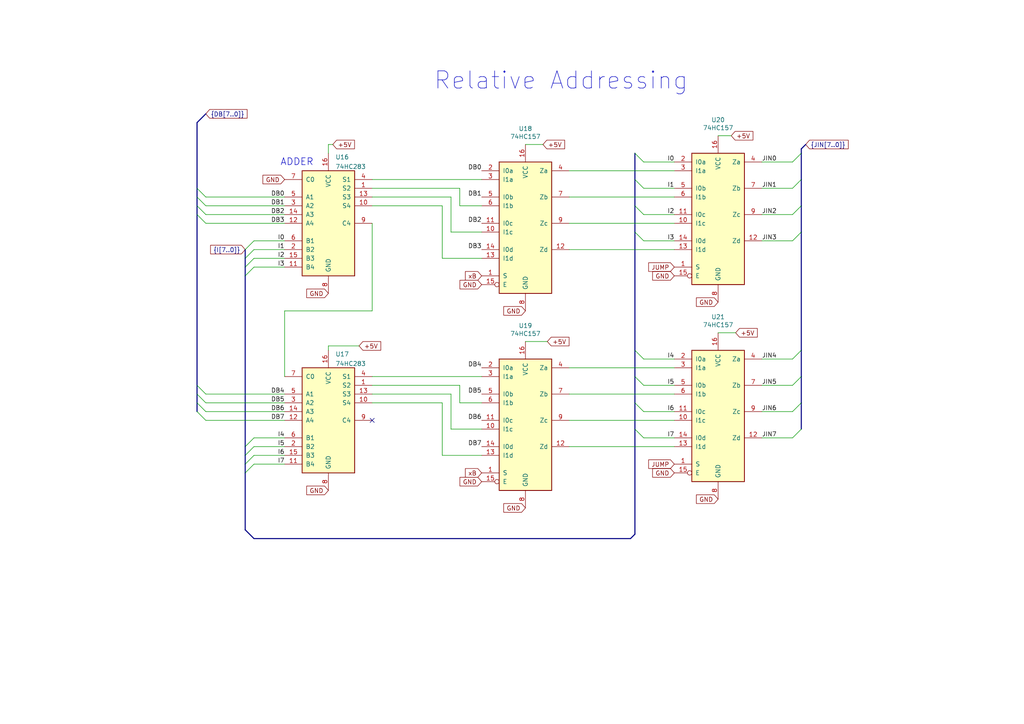
<source format=kicad_sch>
(kicad_sch (version 20231120) (generator "eeschema") (generator_version "8.0")
  (paper "A4")
  (title_block (title "Myth Microcontroller Project") (date "2024-09-21") (rev "1") (company "Picwok.com") (comment 1 "Project Contact: mim@ok-schalter.de (Michael)") (comment 2 "Author: Copyr. 2024 Michael Mangelsdorf/Dosflange@github") (comment 3 "Counters Module") (comment 4 "Program Counter"))
  (lib_symbols
    (symbol "74xx:74LS157" (pin_names (offset 1.016))
      (property "Reference" "U" (at -7.62 19.05 0))
      (property "Value" "74LS157" (at -7.62 -21.59 0))
      (symbol "74LS157_1_0"
        (pin input line (at -12.7 -15.24 0) (length 5.08) (name "S") (number "1"))
        (pin input line (at -12.7 -2.54 0) (length 5.08) (name "I1c") (number "10"))
        (pin input line (at -12.7 0 0) (length 5.08) (name "I0c") (number "11"))
        (pin output line (at 12.7 -7.62 180) (length 5.08) (name "Zd") (number "12"))
        (pin input line (at -12.7 -10.16 0) (length 5.08) (name "I1d") (number "13"))
        (pin input line (at -12.7 -7.62 0) (length 5.08) (name "I0d") (number "14"))
        (pin input inverted (at -12.7 -17.78 0) (length 5.08) (name "E") (number "15"))
        (pin power_in line (at 0 22.86 270) (length 5.08) (name "VCC") (number "16"))
        (pin input line (at -12.7 15.24 0) (length 5.08) (name "I0a") (number "2"))
        (pin input line (at -12.7 12.7 0) (length 5.08) (name "I1a") (number "3"))
        (pin output line (at 12.7 15.24 180) (length 5.08) (name "Za") (number "4"))
        (pin input line (at -12.7 7.62 0) (length 5.08) (name "I0b") (number "5"))
        (pin input line (at -12.7 5.08 0) (length 5.08) (name "I1b") (number "6"))
        (pin output line (at 12.7 7.62 180) (length 5.08) (name "Zb") (number "7"))
        (pin power_in line (at 0 -25.4 90) (length 5.08) (name "GND") (number "8"))
        (pin output line (at 12.7 0 180) (length 5.08) (name "Zc") (number "9"))
      )
      (symbol "74LS157_1_1"
        (rectangle (start -7.62 17.78) (end 7.62 -20.32) (stroke (width 0.254)) (fill (type background)))
      )
    )
    (symbol "74xx:74LS283" (pin_names (offset 1.016))
      (property "Reference" "U" (at -7.62 16.51 0))
      (property "Value" "74LS283" (at -7.62 -16.51 0))
      (symbol "74LS283_1_0"
        (pin output line (at 12.7 10.16 180) (length 5.08) (name "S2") (number "1"))
        (pin output line (at 12.7 5.08 180) (length 5.08) (name "S4") (number "10"))
        (pin input line (at -12.7 -12.7 0) (length 5.08) (name "B4") (number "11"))
        (pin input line (at -12.7 0 0) (length 5.08) (name "A4") (number "12"))
        (pin output line (at 12.7 7.62 180) (length 5.08) (name "S3") (number "13"))
        (pin input line (at -12.7 2.54 0) (length 5.08) (name "A3") (number "14"))
        (pin input line (at -12.7 -10.16 0) (length 5.08) (name "B3") (number "15"))
        (pin power_in line (at 0 20.32 270) (length 5.08) (name "VCC") (number "16"))
        (pin input line (at -12.7 -7.62 0) (length 5.08) (name "B2") (number "2"))
        (pin input line (at -12.7 5.08 0) (length 5.08) (name "A2") (number "3"))
        (pin output line (at 12.7 12.7 180) (length 5.08) (name "S1") (number "4"))
        (pin input line (at -12.7 7.62 0) (length 5.08) (name "A1") (number "5"))
        (pin input line (at -12.7 -5.08 0) (length 5.08) (name "B1") (number "6"))
        (pin input line (at -12.7 12.7 0) (length 5.08) (name "C0") (number "7"))
        (pin power_in line (at 0 -20.32 90) (length 5.08) (name "GND") (number "8"))
        (pin output line (at 12.7 0 180) (length 5.08) (name "C4") (number "9"))
      )
      (symbol "74LS283_1_1"
        (rectangle (start -7.62 15.24) (end 7.62 -15.24) (stroke (width 0.254)) (fill (type background)))
      )
    )
  )
  (no_connect (at 107.95 121.92))
  (bus_entry (at 229.87 127) (size 2.54 -2.54))
  (bus_entry (at 59.69 116.84) (size -2.54 -2.54))
  (bus_entry (at 73.66 129.54) (size -2.54 2.54))
  (bus_entry (at 186.69 46.99) (size -2.54 -2.54))
  (bus_entry (at 229.87 46.99) (size 2.54 -2.54))
  (bus_entry (at 73.66 77.47) (size -2.54 2.54))
  (bus_entry (at 59.69 114.3) (size -2.54 -2.54))
  (bus_entry (at 73.66 127) (size -2.54 2.54))
  (bus_entry (at 229.87 62.23) (size 2.54 -2.54))
  (bus_entry (at 59.69 59.69) (size -2.54 -2.54))
  (bus_entry (at 229.87 104.14) (size 2.54 -2.54))
  (bus_entry (at 59.69 121.92) (size -2.54 -2.54))
  (bus_entry (at 73.66 132.08) (size -2.54 2.54))
  (bus_entry (at 186.69 119.38) (size -2.54 -2.54))
  (bus_entry (at 59.69 119.38) (size -2.54 -2.54))
  (bus_entry (at 186.69 104.14) (size -2.54 -2.54))
  (bus_entry (at 73.66 69.85) (size -2.54 2.54))
  (bus_entry (at 186.69 127) (size -2.54 -2.54))
  (bus_entry (at 73.66 74.93) (size -2.54 2.54))
  (bus_entry (at 73.66 134.62) (size -2.54 2.54))
  (bus_entry (at 59.69 62.23) (size -2.54 -2.54))
  (bus_entry (at 186.69 54.61) (size -2.54 -2.54))
  (bus_entry (at 73.66 72.39) (size -2.54 2.54))
  (bus_entry (at 229.87 54.61) (size 2.54 -2.54))
  (bus_entry (at 186.69 69.85) (size -2.54 -2.54))
  (bus_entry (at 59.69 64.77) (size -2.54 -2.54))
  (bus_entry (at 229.87 69.85) (size 2.54 -2.54))
  (bus_entry (at 186.69 62.23) (size -2.54 -2.54))
  (bus_entry (at 59.69 57.15) (size -2.54 -2.54))
  (bus_entry (at 229.87 119.38) (size 2.54 -2.54))
  (bus_entry (at 186.69 111.76) (size -2.54 -2.54))
  (bus_entry (at 229.87 111.76) (size 2.54 -2.54))
  (bus (pts (xy 71.12 137.16) (xy 71.12 153.67)))
  (wire (pts (xy 133.35 59.69) (xy 139.7 59.69)))
  (bus (pts (xy 57.15 57.15) (xy 57.15 54.61)))
  (wire (pts (xy 107.95 116.84) (xy 128.27 116.84)))
  (bus (pts (xy 71.12 129.54) (xy 71.12 132.08)))
  (wire (pts (xy 130.81 114.3) (xy 130.81 124.46)))
  (bus (pts (xy 232.41 59.69) (xy 232.41 67.31)))
  (wire (pts (xy 130.81 124.46) (xy 139.7 124.46)))
  (bus (pts (xy 232.41 101.6) (xy 232.41 109.22)))
  (wire (pts (xy 107.95 52.07) (xy 139.7 52.07)))
  (wire (pts (xy 59.69 62.23) (xy 82.55 62.23)))
  (bus (pts (xy 232.41 67.31) (xy 232.41 101.6)))
  (wire (pts (xy 229.87 46.99) (xy 220.98 46.99)))
  (bus (pts (xy 71.12 134.62) (xy 71.12 137.16)))
  (wire (pts (xy 130.81 57.15) (xy 130.81 67.31)))
  (wire (pts (xy 107.95 109.22) (xy 139.7 109.22)))
  (wire (pts (xy 73.66 132.08) (xy 82.55 132.08)))
  (wire (pts (xy 128.27 74.93) (xy 139.7 74.93)))
  (wire (pts (xy 186.69 46.99) (xy 195.58 46.99)))
  (wire (pts (xy 73.66 74.93) (xy 82.55 74.93)))
  (wire (pts (xy 73.66 69.85) (xy 82.55 69.85)))
  (wire (pts (xy 208.28 39.37) (xy 212.09 39.37)))
  (wire (pts (xy 186.69 62.23) (xy 195.58 62.23)))
  (wire (pts (xy 152.4 41.91) (xy 157.48 41.91)))
  (bus (pts (xy 71.12 132.08) (xy 71.12 134.62)))
  (bus (pts (xy 182.88 156.21) (xy 73.66 156.21)))
  (wire (pts (xy 229.87 104.14) (xy 220.98 104.14)))
  (bus (pts (xy 184.15 109.22) (xy 184.15 116.84)))
  (bus (pts (xy 232.41 109.22) (xy 232.41 116.84)))
  (wire (pts (xy 73.66 127) (xy 82.55 127)))
  (wire (pts (xy 186.69 127) (xy 195.58 127)))
  (wire (pts (xy 229.87 54.61) (xy 220.98 54.61)))
  (wire (pts (xy 107.95 54.61) (xy 133.35 54.61)))
  (bus (pts (xy 57.15 116.84) (xy 57.15 114.3)))
  (bus (pts (xy 184.15 101.6) (xy 184.15 109.22)))
  (wire (pts (xy 186.69 69.85) (xy 195.58 69.85)))
  (bus (pts (xy 184.15 124.46) (xy 184.15 154.94)))
  (wire (pts (xy 82.55 90.17) (xy 82.55 109.22)))
  (wire (pts (xy 107.95 114.3) (xy 130.81 114.3)))
  (bus (pts (xy 184.15 44.45) (xy 184.15 52.07)))
  (wire (pts (xy 165.1 49.53) (xy 195.58 49.53)))
  (wire (pts (xy 165.1 64.77) (xy 195.58 64.77)))
  (wire (pts (xy 128.27 116.84) (xy 128.27 132.08)))
  (bus (pts (xy 232.41 44.45) (xy 232.41 52.07)))
  (wire (pts (xy 229.87 69.85) (xy 220.98 69.85)))
  (bus (pts (xy 232.41 43.18) (xy 233.68 41.91)))
  (wire (pts (xy 59.69 59.69) (xy 82.55 59.69)))
  (bus (pts (xy 57.15 119.38) (xy 57.15 116.84)))
  (wire (pts (xy 73.66 134.62) (xy 82.55 134.62)))
  (wire (pts (xy 229.87 111.76) (xy 220.98 111.76)))
  (bus (pts (xy 232.41 44.45) (xy 232.41 43.18)))
  (bus (pts (xy 71.12 74.93) (xy 71.12 77.47)))
  (wire (pts (xy 165.1 114.3) (xy 195.58 114.3)))
  (wire (pts (xy 59.69 116.84) (xy 82.55 116.84)))
  (wire (pts (xy 73.66 129.54) (xy 82.55 129.54)))
  (wire (pts (xy 133.35 54.61) (xy 133.35 59.69)))
  (wire (pts (xy 229.87 119.38) (xy 220.98 119.38)))
  (wire (pts (xy 186.69 104.14) (xy 195.58 104.14)))
  (wire (pts (xy 229.87 127) (xy 220.98 127)))
  (wire (pts (xy 130.81 67.31) (xy 139.7 67.31)))
  (bus (pts (xy 71.12 72.39) (xy 71.12 74.93)))
  (wire (pts (xy 73.66 72.39) (xy 82.55 72.39)))
  (wire (pts (xy 165.1 106.68) (xy 195.58 106.68)))
  (bus (pts (xy 57.15 35.56) (xy 59.69 33.02)))
  (wire (pts (xy 133.35 111.76) (xy 133.35 116.84)))
  (bus (pts (xy 71.12 153.67) (xy 73.66 156.21)))
  (wire (pts (xy 95.25 41.91) (xy 96.52 41.91)))
  (bus (pts (xy 184.15 59.69) (xy 184.15 67.31)))
  (bus (pts (xy 57.15 111.76) (xy 57.15 62.23)))
  (bus (pts (xy 57.15 114.3) (xy 57.15 111.76)))
  (wire (pts (xy 107.95 111.76) (xy 133.35 111.76)))
  (bus (pts (xy 57.15 62.23) (xy 57.15 59.69)))
  (wire (pts (xy 152.4 99.06) (xy 158.75 99.06)))
  (wire (pts (xy 165.1 121.92) (xy 195.58 121.92)))
  (wire (pts (xy 186.69 119.38) (xy 195.58 119.38)))
  (bus (pts (xy 57.15 59.69) (xy 57.15 57.15)))
  (bus (pts (xy 184.15 116.84) (xy 184.15 124.46)))
  (wire (pts (xy 59.69 121.92) (xy 82.55 121.92)))
  (wire (pts (xy 59.69 114.3) (xy 82.55 114.3)))
  (bus (pts (xy 71.12 80.01) (xy 71.12 129.54)))
  (wire (pts (xy 107.95 90.17) (xy 82.55 90.17)))
  (wire (pts (xy 186.69 111.76) (xy 195.58 111.76)))
  (wire (pts (xy 95.25 100.33) (xy 104.14 100.33)))
  (wire (pts (xy 186.69 54.61) (xy 195.58 54.61)))
  (wire (pts (xy 165.1 72.39) (xy 195.58 72.39)))
  (bus (pts (xy 184.15 154.94) (xy 182.88 156.21)))
  (wire (pts (xy 95.25 41.91) (xy 95.25 44.45)))
  (bus (pts (xy 57.15 54.61) (xy 57.15 35.56)))
  (bus (pts (xy 184.15 52.07) (xy 184.15 59.69)))
  (bus (pts (xy 71.12 77.47) (xy 71.12 80.01)))
  (wire (pts (xy 128.27 59.69) (xy 128.27 74.93)))
  (bus (pts (xy 184.15 67.31) (xy 184.15 101.6)))
  (bus (pts (xy 232.41 52.07) (xy 232.41 59.69)))
  (wire (pts (xy 165.1 129.54) (xy 195.58 129.54)))
  (bus (pts (xy 232.41 116.84) (xy 232.41 124.46)))
  (wire (pts (xy 133.35 116.84) (xy 139.7 116.84)))
  (wire (pts (xy 59.69 64.77) (xy 82.55 64.77)))
  (wire (pts (xy 229.87 62.23) (xy 220.98 62.23)))
  (wire (pts (xy 128.27 132.08) (xy 139.7 132.08)))
  (wire (pts (xy 95.25 100.33) (xy 95.25 101.6)))
  (wire (pts (xy 208.28 96.52) (xy 213.36 96.52)))
  (wire (pts (xy 107.95 64.77) (xy 107.95 90.17)))
  (wire (pts (xy 165.1 57.15) (xy 195.58 57.15)))
  (wire (pts (xy 59.69 119.38) (xy 82.55 119.38)))
  (wire (pts (xy 59.69 57.15) (xy 82.55 57.15)))
  (wire (pts (xy 107.95 57.15) (xy 130.81 57.15)))
  (wire (pts (xy 73.66 77.47) (xy 82.55 77.47)))
  (wire (pts (xy 107.95 59.69) (xy 128.27 59.69)))
  (text "Relative Addressing" (at 125.73 26.416 0) (effects (font (size 5 5)) (justify left bottom)))
  (text "ADDER" (at 81.28 48.26 0) (effects (font (size 2 2)) (justify left bottom)))
  (label "DB7" (at 82.55 121.92 180))
  (label "DB6" (at 139.7 121.92 180))
  (label "JIN7" (at 220.98 127 0))
  (label "JIN5" (at 220.98 111.76 0))
  (label "DB1" (at 139.7 57.15 180))
  (label "DB5" (at 139.7 114.3 180))
  (label "JIN1" (at 220.98 54.61 0))
  (label "I0" (at 82.55 69.85 180))
  (label "DB3" (at 139.7 72.39 180))
  (label "DB2" (at 139.7 64.77 180))
  (label "I2" (at 82.55 74.93 180))
  (label "JIN0" (at 220.98 46.99 0))
  (label "DB2" (at 82.55 62.23 180))
  (label "DB0" (at 82.55 57.15 180))
  (label "DB5" (at 82.55 116.84 180))
  (label "DB7" (at 139.7 129.54 180))
  (label "JIN2" (at 220.98 62.23 0))
  (label "DB3" (at 82.55 64.77 180))
  (label "I1" (at 195.58 54.61 180))
  (label "I3" (at 195.58 69.85 180))
  (label "I4" (at 82.55 127 180))
  (label "I0" (at 195.58 46.99 180))
  (label "DB0" (at 139.7 49.53 180))
  (label "DB4" (at 82.55 114.3 180))
  (label "JIN6" (at 220.98 119.38 0))
  (label "I7" (at 82.55 134.62 180))
  (label "DB6" (at 82.55 119.38 180))
  (label "DB4" (at 139.7 106.68 180))
  (label "DB1" (at 82.55 59.69 180))
  (label "I6" (at 82.55 132.08 180))
  (label "I5" (at 195.58 111.76 180))
  (label "I2" (at 195.58 62.23 180))
  (label "JIN3" (at 220.98 69.85 0))
  (label "I6" (at 195.58 119.38 180))
  (label "I1" (at 82.55 72.39 180))
  (label "I5" (at 82.55 129.54 180))
  (label "I3" (at 82.55 77.47 180))
  (label "JIN4" (at 220.98 104.14 0))
  (label "I7" (at 195.58 127 180))
  (label "I4" (at 195.58 104.14 180))
  (global_label "+5V" (shape input) (at 104.14 100.33 0) (property "Intersheetrefs" "${INTERSHEET_REFS}" (effects (hide yes))))
  (global_label "+5V" (shape input) (at 212.09 39.37 0) (property "Intersheetrefs" "${INTERSHEET_REFS}" (effects (hide yes))))
  (global_label "+5V" (shape input) (at 96.52 41.91 0) (property "Intersheetrefs" "${INTERSHEET_REFS}" (effects (hide yes))))
  (global_label "GND" (shape input) (at 152.4 147.32 180) (property "Intersheetrefs" "${INTERSHEET_REFS}" (effects (hide yes))))
  (global_label "GND" (shape input) (at 139.7 82.55 180) (property "Intersheetrefs" "${INTERSHEET_REFS}" (effects (hide yes))))
  (global_label "GND" (shape input) (at 152.4 90.17 180) (property "Intersheetrefs" "${INTERSHEET_REFS}" (effects (hide yes))))
  (global_label "+5V" (shape input) (at 157.48 41.91 0) (property "Intersheetrefs" "${INTERSHEET_REFS}" (effects (hide yes))))
  (global_label "GND" (shape input) (at 95.25 85.09 180) (property "Intersheetrefs" "${INTERSHEET_REFS}" (effects (hide yes))))
  (global_label "GND" (shape input) (at 195.58 137.16 180) (property "Intersheetrefs" "${INTERSHEET_REFS}" (effects (hide yes))))
  (global_label "{DB[7..0]}" (shape input) (at 59.69 33.02 0) (property "Intersheetrefs" "${INTERSHEET_REFS}" (effects (hide yes))))
  (global_label "+5V" (shape input) (at 158.75 99.06 0) (property "Intersheetrefs" "${INTERSHEET_REFS}" (effects (hide yes))))
  (global_label "{JIN[7..0]}" (shape input) (at 233.68 41.91 0) (property "Intersheetrefs" "${INTERSHEET_REFS}" (effects (hide yes))))
  (global_label "GND" (shape input) (at 139.7 139.7 180) (property "Intersheetrefs" "${INTERSHEET_REFS}" (effects (hide yes))))
  (global_label "+5V" (shape input) (at 213.36 96.52 0) (property "Intersheetrefs" "${INTERSHEET_REFS}" (effects (hide yes))))
  (global_label "xB" (shape input) (at 139.7 80.01 180) (property "Intersheetrefs" "${INTERSHEET_REFS}" (effects (hide yes))))
  (global_label "JUMP" (shape input) (at 195.58 77.47 180) (property "Intersheetrefs" "${INTERSHEET_REFS}" (effects (hide yes))))
  (global_label "GND" (shape input) (at 208.28 144.78 180) (property "Intersheetrefs" "${INTERSHEET_REFS}" (effects (hide yes))))
  (global_label "GND" (shape input) (at 95.25 142.24 180) (property "Intersheetrefs" "${INTERSHEET_REFS}" (effects (hide yes))))
  (global_label "{I[7..0]}" (shape input) (at 71.12 72.39 180) (property "Intersheetrefs" "${INTERSHEET_REFS}" (effects (hide yes))))
  (global_label "JUMP" (shape input) (at 195.58 134.62 180) (property "Intersheetrefs" "${INTERSHEET_REFS}" (effects (hide yes))))
  (global_label "GND" (shape input) (at 195.58 80.01 180) (property "Intersheetrefs" "${INTERSHEET_REFS}" (effects (hide yes))))
  (global_label "GND" (shape input) (at 208.28 87.63 180) (property "Intersheetrefs" "${INTERSHEET_REFS}" (effects (hide yes))))
  (global_label "GND" (shape input) (at 82.55 52.07 180) (property "Intersheetrefs" "${INTERSHEET_REFS}" (effects (hide yes))))
  (global_label "xB" (shape input) (at 139.7 137.16 180) (property "Intersheetrefs" "${INTERSHEET_REFS}" (effects (hide yes))))
  (symbol (lib_id "74xx:74LS157") (at 152.4 121.92 0) (unit 1)
    (property "Reference" "U19" (at 152.4 94.4626 0))
    (property "Value" "74HC157" (at 152.4 96.774 0))
    (property "Footprint" "Package_DIP:DIP-16_W7.62mm_Socket_LongPads" (effects (hide yes)))
    (property "Datasheet" "https://assets.nexperia.com/documents/data-sheet/74AHC_AHCT04.pdf" (effects (hide yes)))
  )
  (symbol (lib_id "74xx:74LS157") (at 208.28 62.23 0) (unit 1)
    (property "Reference" "U20" (at 208.28 34.7726 0))
    (property "Value" "74HC157" (at 208.28 37.084 0))
    (property "Footprint" "Package_DIP:DIP-16_W7.62mm_Socket_LongPads" (effects (hide yes)))
    (property "Datasheet" "https://assets.nexperia.com/documents/data-sheet/74AHC_AHCT04.pdf" (effects (hide yes)))
  )
  (symbol (lib_id "74xx:74LS157") (at 152.4 64.77 0) (unit 1)
    (property "Reference" "U18" (at 152.4 37.3126 0))
    (property "Value" "74HC157" (at 152.4 39.624 0))
    (property "Footprint" "Package_DIP:DIP-16_W7.62mm_Socket_LongPads" (effects (hide yes)))
    (property "Datasheet" "https://assets.nexperia.com/documents/data-sheet/74AHC_AHCT04.pdf" (effects (hide yes)))
  )
  (symbol (lib_id "74xx:74LS283") (at 95.25 121.92 0) (unit 1)
    (property "Reference" "U17" (at 97.2694 102.7135 0) (effects (justify left)))
    (property "Value" "74HC283" (at 97.2694 105.4886 0) (effects (justify left)))
    (property "Footprint" "Package_DIP:DIP-16_W7.62mm_Socket_LongPads" (effects (hide yes)))
    (property "Datasheet" "http://www.ti.com/lit/gpn/sn74LS283" (effects (hide yes)))
  )
  (symbol (lib_id "74xx:74LS157") (at 208.28 119.38 0) (unit 1)
    (property "Reference" "U21" (at 208.28 91.9226 0))
    (property "Value" "74HC157" (at 208.28 94.234 0))
    (property "Footprint" "Package_DIP:DIP-16_W7.62mm_Socket_LongPads" (effects (hide yes)))
    (property "Datasheet" "https://assets.nexperia.com/documents/data-sheet/74AHC_AHCT04.pdf" (effects (hide yes)))
  )
  (symbol (lib_id "74xx:74LS283") (at 95.25 64.77 0) (unit 1)
    (property "Reference" "U16" (at 97.2694 45.5635 0) (effects (justify left)))
    (property "Value" "74HC283" (at 97.2694 48.3386 0) (effects (justify left)))
    (property "Footprint" "Package_DIP:DIP-16_W7.62mm_Socket_LongPads" (effects (hide yes)))
    (property "Datasheet" "http://www.ti.com/lit/gpn/sn74LS283" (effects (hide yes)))
  )
)
</source>
